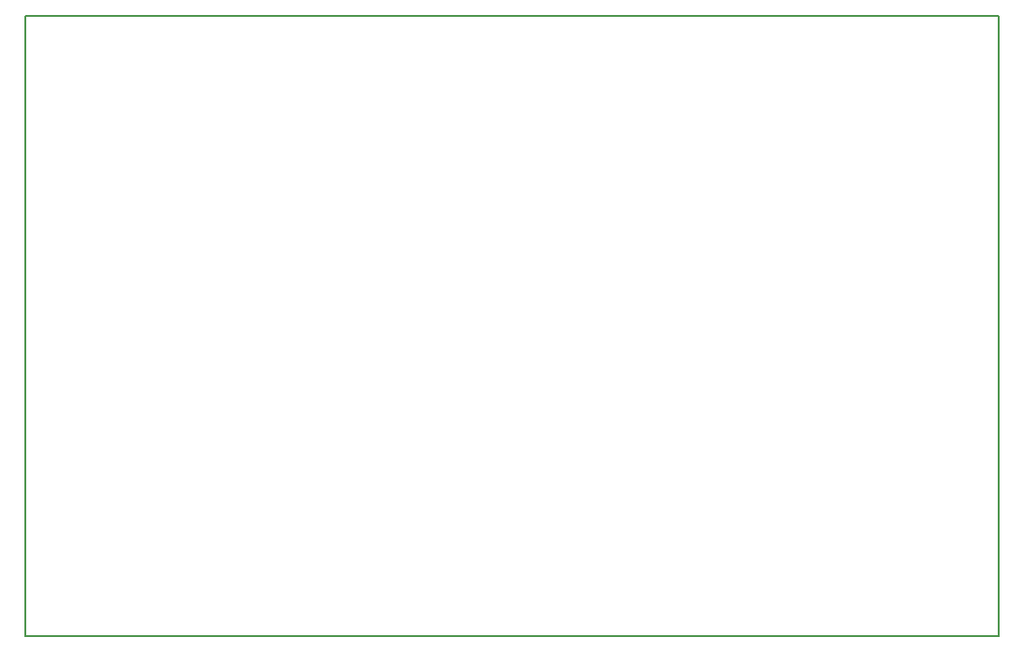
<source format=gbr>
G04 #@! TF.FileFunction,Profile,NP*
%FSLAX46Y46*%
G04 Gerber Fmt 4.6, Leading zero omitted, Abs format (unit mm)*
G04 Created by KiCad (PCBNEW 4.0.7) date 10/26/20 23:17:11*
%MOMM*%
%LPD*%
G01*
G04 APERTURE LIST*
%ADD10C,0.100000*%
%ADD11C,0.150000*%
G04 APERTURE END LIST*
D10*
D11*
X120000000Y-125000000D02*
X120000000Y-69000000D01*
X208000000Y-125000000D02*
X120000000Y-125000000D01*
X208000000Y-69000000D02*
X208000000Y-125000000D01*
X120000000Y-69000000D02*
X208000000Y-69000000D01*
M02*

</source>
